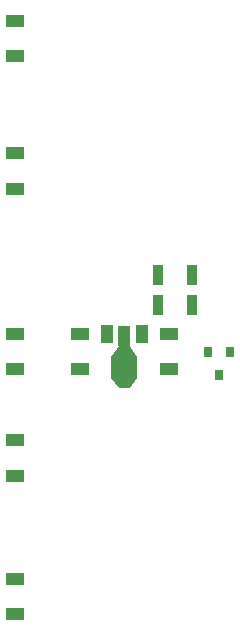
<source format=gbr>
G04 #@! TF.FileFunction,Paste,Top*
%FSLAX46Y46*%
G04 Gerber Fmt 4.6, Leading zero omitted, Abs format (unit mm)*
G04 Created by KiCad (PCBNEW 4.0.7) date 04/23/18 08:39:13*
%MOMM*%
%LPD*%
G01*
G04 APERTURE LIST*
%ADD10C,0.100000*%
%ADD11R,0.900000X1.700000*%
%ADD12R,0.800000X0.900000*%
%ADD13R,1.600000X1.000000*%
%ADD14R,1.000000X1.500000*%
%ADD15R,1.000000X1.800000*%
%ADD16R,2.200000X1.840000*%
G04 APERTURE END LIST*
D10*
D11*
X21450000Y-27500000D03*
X18550000Y-27500000D03*
X21450000Y-25000000D03*
X18550000Y-25000000D03*
D12*
X24700000Y-31500000D03*
X22800000Y-31500000D03*
X23750000Y-33500000D03*
D13*
X6500000Y-3500000D03*
X6500000Y-6500000D03*
X12000000Y-30000000D03*
X12000000Y-33000000D03*
X19500000Y-30000000D03*
X19500000Y-33000000D03*
X6500000Y-30000000D03*
X6500000Y-33000000D03*
X6500000Y-17700000D03*
X6500000Y-14700000D03*
X6500000Y-53700000D03*
X6500000Y-50700000D03*
X6500000Y-39000000D03*
X6500000Y-42000000D03*
D10*
G36*
X16850000Y-33742000D02*
X16250000Y-34592000D01*
X15250000Y-34592000D01*
X14650000Y-33742000D01*
X16850000Y-33742000D01*
X16850000Y-33742000D01*
G37*
D14*
X17250000Y-30020000D03*
D15*
X15750000Y-30166500D03*
D14*
X14250000Y-30020000D03*
D16*
X15750000Y-32833500D03*
D10*
G36*
X14650000Y-31923800D02*
X15350000Y-30923800D01*
X16150000Y-30923800D01*
X16850000Y-31923800D01*
X14650000Y-31923800D01*
X14650000Y-31923800D01*
G37*
M02*

</source>
